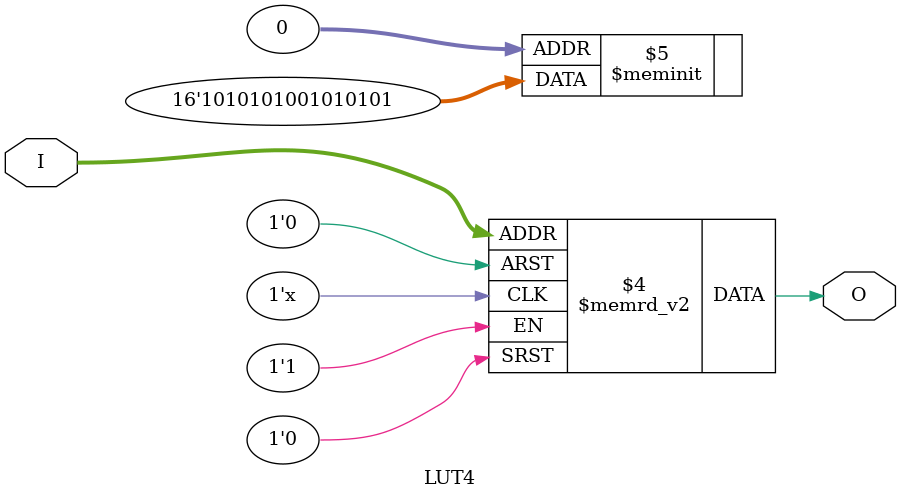
<source format=v>
module Multiplexer_4to1 (
    input ctrl0, ctrl1,
    input [0:0] D0, D1, D2, D3,
    output reg [0:0] S
);

  always @* begin
    case ({ctrl1, ctrl0})
      2'b00: S = D0;
      2'b01: S = D1;
      2'b10: S = D2;
      2'b11: S = D3;
    endcase
  end

endmodule

module LUT4 (
    input [3:0] I,
    output reg O
);

  always @* begin
    case (I)
      4'b0000: O = 1'b1;
      4'b0001: O = 1'b0;
      4'b0010: O = 1'b1;
      4'b0011: O = 1'b0;
      4'b0100: O = 1'b1;
      4'b0101: O = 1'b0;
      4'b0110: O = 1'b1;
      4'b0111: O = 1'b0;
      4'b1000: O = 1'b0;
      4'b1001: O = 1'b1;
      4'b1010: O = 1'b0;
      4'b1011: O = 1'b1;
      4'b1100: O = 1'b0;
      4'b1101: O = 1'b1;
      4'b1110: O = 1'b0;
      4'b1111: O = 1'b1;
    endcase
  end

endmodule
</source>
